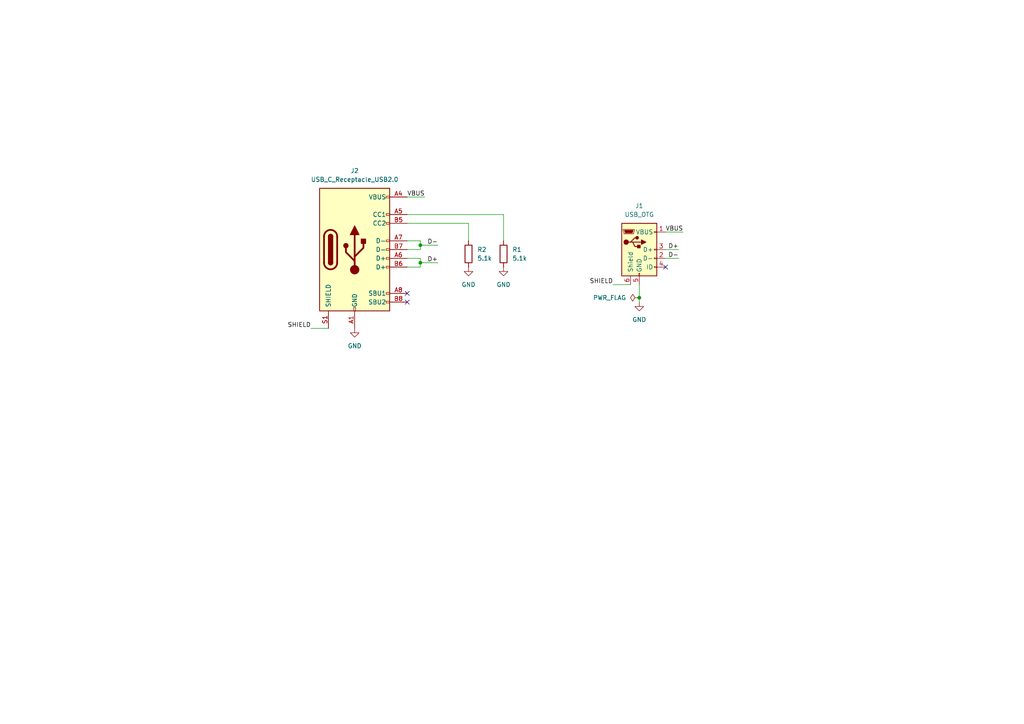
<source format=kicad_sch>
(kicad_sch (version 20230121) (generator eeschema)
  (paper "A4")
  (lib_symbols
    (symbol "Connector:USB_C_Receptacle_USB2.0" (pin_names (offset 1.016))
      (property "Reference" "J" (at -10.16 19.05 0))
      (property "Value" "USB_C_Receptacle_USB2.0" (at 19.05 19.05 0))
      (symbol "USB_C_Receptacle_USB2.0_0_0"
        (rectangle (start -0.254 -17.78) (end 0.254 -16.764))
        (rectangle (start 10.16 -14.986) (end 9.144 -15.494))
        (rectangle (start 10.16 -12.446) (end 9.144 -12.954))
        (rectangle (start 10.16 -4.826) (end 9.144 -5.334))
        (rectangle (start 10.16 -2.286) (end 9.144 -2.794))
        (rectangle (start 10.16 0.254) (end 9.144 -0.254))
        (rectangle (start 10.16 2.794) (end 9.144 2.286))
        (rectangle (start 10.16 7.874) (end 9.144 7.366))
        (rectangle (start 10.16 10.414) (end 9.144 9.906))
        (rectangle (start 10.16 15.494) (end 9.144 14.986))
      )
      (symbol "USB_C_Receptacle_USB2.0_0_1"
        (rectangle (start -10.16 17.78) (end 10.16 -17.78) (stroke (width 0.254)) (fill (type background)))
        (arc (start -8.89 -3.81) (mid -6.985 -5.7067) (end -5.08 -3.81) (stroke (width 0.508)))
        (arc (start -7.62 -3.81) (mid -6.985 -4.4423) (end -6.35 -3.81) (stroke (width 0.254)))
        (arc (start -7.62 -3.81) (mid -6.985 -4.4423) (end -6.35 -3.81) (stroke (width 0.254)) (fill (type outline)))
        (rectangle (start -7.62 -3.81) (end -6.35 3.81) (stroke (width 0.254)) (fill (type outline)))
        (arc (start -6.35 3.81) (mid -6.985 4.4423) (end -7.62 3.81) (stroke (width 0.254)))
        (arc (start -6.35 3.81) (mid -6.985 4.4423) (end -7.62 3.81) (stroke (width 0.254)) (fill (type outline)))
        (arc (start -5.08 3.81) (mid -6.985 5.7067) (end -8.89 3.81) (stroke (width 0.508)))
        (circle (center -2.54 1.143) (radius 0.635) (stroke (width 0.254)) (fill (type outline)))
        (circle (center 0 -5.842) (radius 1.27) (fill (type outline)))
        (polyline (pts (xy -8.89 -3.81) (xy -8.89 3.81)) (stroke (width 0.508)))
        (polyline (pts (xy -5.08 3.81) (xy -5.08 -3.81)) (stroke (width 0.508)))
        (polyline (pts (xy 0 -5.842) (xy 0 4.318)) (stroke (width 0.508)))
        (polyline (pts (xy 0 -3.302) (xy -2.54 -0.762) (xy -2.54 0.508)) (stroke (width 0.508)))
        (polyline (pts (xy 0 -2.032) (xy 2.54 0.508) (xy 2.54 1.778)) (stroke (width 0.508)))
        (polyline (pts (xy -1.27 4.318) (xy 0 6.858) (xy 1.27 4.318) (xy -1.27 4.318)) (stroke (width 0.254)) (fill (type outline)))
        (rectangle (start 1.905 1.778) (end 3.175 3.048) (stroke (width 0.254)) (fill (type outline)))
      )
      (symbol "USB_C_Receptacle_USB2.0_1_1"
        (pin passive line (at 0 -22.86 90) (length 5.08) (name "GND") (number "A1"))
        (pin passive line (at 0 -22.86 90) (length 5.08) hide (name "GND") (number "A12"))
        (pin passive line (at 15.24 15.24 180) (length 5.08) (name "VBUS") (number "A4"))
        (pin bidirectional line (at 15.24 10.16 180) (length 5.08) (name "CC1") (number "A5"))
        (pin bidirectional line (at 15.24 -2.54 180) (length 5.08) (name "D+") (number "A6"))
        (pin bidirectional line (at 15.24 2.54 180) (length 5.08) (name "D-") (number "A7"))
        (pin bidirectional line (at 15.24 -12.7 180) (length 5.08) (name "SBU1") (number "A8"))
        (pin passive line (at 15.24 15.24 180) (length 5.08) hide (name "VBUS") (number "A9"))
        (pin passive line (at 0 -22.86 90) (length 5.08) hide (name "GND") (number "B1"))
        (pin passive line (at 0 -22.86 90) (length 5.08) hide (name "GND") (number "B12"))
        (pin passive line (at 15.24 15.24 180) (length 5.08) hide (name "VBUS") (number "B4"))
        (pin bidirectional line (at 15.24 7.62 180) (length 5.08) (name "CC2") (number "B5"))
        (pin bidirectional line (at 15.24 -5.08 180) (length 5.08) (name "D+") (number "B6"))
        (pin bidirectional line (at 15.24 0 180) (length 5.08) (name "D-") (number "B7"))
        (pin bidirectional line (at 15.24 -15.24 180) (length 5.08) (name "SBU2") (number "B8"))
        (pin passive line (at 15.24 15.24 180) (length 5.08) hide (name "VBUS") (number "B9"))
        (pin passive line (at -7.62 -22.86 90) (length 5.08) (name "SHIELD") (number "S1"))
      )
    )
    (symbol "Connector:USB_OTG" (pin_names (offset 1.016))
      (property "Reference" "J" (at -5.08 11.43 0))
      (property "Value" "USB_OTG" (at -5.08 8.89 0))
      (symbol "USB_OTG_0_1"
        (rectangle (start -5.08 -7.62) (end 5.08 7.62) (stroke (width 0.254)) (fill (type background)))
        (circle (center -3.81 2.159) (radius 0.635) (stroke (width 0.254)) (fill (type outline)))
        (circle (center -0.635 3.429) (radius 0.381) (stroke (width 0.254)) (fill (type outline)))
        (rectangle (start -0.127 -7.62) (end 0.127 -6.858))
        (polyline (pts (xy -1.905 2.159) (xy 0.635 2.159)) (stroke (width 0.254)))
        (polyline (pts (xy -3.175 2.159) (xy -2.54 2.159) (xy -1.27 3.429) (xy -0.635 3.429)) (stroke (width 0.254)))
        (polyline (pts (xy -2.54 2.159) (xy -1.905 2.159) (xy -1.27 0.889) (xy 0 0.889)) (stroke (width 0.254)))
        (polyline (pts (xy 0.635 2.794) (xy 0.635 1.524) (xy 1.905 2.159) (xy 0.635 2.794)) (stroke (width 0.254)) (fill (type outline)))
        (polyline (pts (xy -4.318 5.588) (xy -1.778 5.588) (xy -2.032 4.826) (xy -4.064 4.826) (xy -4.318 5.588)) (fill (type outline)))
        (polyline (pts (xy -4.699 5.842) (xy -4.699 5.588) (xy -4.445 4.826) (xy -4.445 4.572) (xy -1.651 4.572) (xy -1.651 4.826) (xy -1.397 5.588) (xy -1.397 5.842) (xy -4.699 5.842)))
        (rectangle (start 0.254 1.27) (end -0.508 0.508) (stroke (width 0.254)) (fill (type outline)))
        (rectangle (start 5.08 -5.207) (end 4.318 -4.953))
        (rectangle (start 5.08 -2.667) (end 4.318 -2.413))
        (rectangle (start 5.08 -0.127) (end 4.318 0.127))
        (rectangle (start 5.08 4.953) (end 4.318 5.207))
      )
      (symbol "USB_OTG_1_1"
        (pin passive line (at 7.62 5.08 180) (length 2.54) (name "VBUS") (number "1"))
        (pin bidirectional line (at 7.62 -2.54 180) (length 2.54) (name "D-") (number "2"))
        (pin bidirectional line (at 7.62 0 180) (length 2.54) (name "D+") (number "3"))
        (pin passive line (at 7.62 -5.08 180) (length 2.54) (name "ID") (number "4"))
        (pin passive line (at 0 -10.16 90) (length 2.54) (name "GND") (number "5"))
        (pin passive line (at -2.54 -10.16 90) (length 2.54) (name "Shield") (number "6"))
      )
    )
    (symbol "Device:R" (pin_numbers hide) (pin_names (offset 0))
      (property "Reference" "R" (at 2.032 0 90))
      (property "Value" "R" (at 0 0 90))
      (symbol "R_0_1"
        (rectangle (start -1.016 -2.54) (end 1.016 2.54) (stroke (width 0.254)))
      )
      (symbol "R_1_1"
        (pin passive line (at 0 3.81 270) (length 1.27) (name "~") (number "1"))
        (pin passive line (at 0 -3.81 90) (length 1.27) (name "~") (number "2"))
      )
    )
    (symbol "power:GND" (power) (pin_names (offset 0))
      (property "Value" "GND" (at 0 -3.81 0))
      (symbol "GND_0_1"
        (polyline (pts (xy 0 0) (xy 0 -1.27) (xy 1.27 -1.27) (xy 0 -2.54) (xy -1.27 -1.27) (xy 0 -1.27)))
      )
      (symbol "GND_1_1"
        (pin power_in line (at 0 0 270) (length 0) hide (name "GND") (number "1"))
      )
    )
    (symbol "power:PWR_FLAG" (power) (pin_numbers hide) (pin_names (offset 0) hide)
      (property "Value" "PWR_FLAG" (at 0 3.81 0))
      (symbol "PWR_FLAG_0_0"
        (pin power_out line (at 0 0 90) (length 0) (name "pwr") (number "1"))
      )
      (symbol "PWR_FLAG_0_1"
        (polyline (pts (xy 0 0) (xy 0 1.27) (xy -1.016 1.905) (xy 0 2.54) (xy 1.016 1.905) (xy 0 1.27)))
      )
    )
  )
  (junction (at 185.42 86.36))
  (junction (at 121.92 71.12))
  (junction (at 121.92 76.2))
  (no_connect (at 193.04 77.47))
  (no_connect (at 118.11 85.09))
  (no_connect (at 118.11 87.63))
  (wire (pts (xy 121.92 74.93) (xy 121.92 76.2)))
  (wire (pts (xy 146.05 62.23) (xy 118.11 62.23)))
  (wire (pts (xy 121.92 71.12) (xy 121.92 72.39)))
  (wire (pts (xy 121.92 69.85) (xy 121.92 71.12)))
  (wire (pts (xy 121.92 76.2) (xy 127 76.2)))
  (wire (pts (xy 121.92 74.93) (xy 118.11 74.93)))
  (wire (pts (xy 118.11 57.15) (xy 123.19 57.15)))
  (wire (pts (xy 121.92 69.85) (xy 118.11 69.85)))
  (wire (pts (xy 193.04 74.93) (xy 196.85 74.93)))
  (wire (pts (xy 182.88 82.55) (xy 177.8 82.55)))
  (wire (pts (xy 185.42 86.36) (xy 185.42 82.55)))
  (wire (pts (xy 146.05 69.85) (xy 146.05 62.23)))
  (wire (pts (xy 185.42 87.63) (xy 185.42 86.36)))
  (wire (pts (xy 121.92 71.12) (xy 127 71.12)))
  (wire (pts (xy 121.92 72.39) (xy 118.11 72.39)))
  (wire (pts (xy 193.04 67.31) (xy 198.12 67.31)))
  (wire (pts (xy 90.17 95.25) (xy 95.25 95.25)))
  (wire (pts (xy 118.11 64.77) (xy 135.89 64.77)))
  (wire (pts (xy 193.04 72.39) (xy 196.85 72.39)))
  (wire (pts (xy 121.92 77.47) (xy 118.11 77.47)))
  (wire (pts (xy 135.89 64.77) (xy 135.89 69.85)))
  (wire (pts (xy 121.92 76.2) (xy 121.92 77.47)))
  (label "VBUS" (at 198.12 67.31 180))
  (label "D+" (at 127 76.2 180))
  (label "D-" (at 196.85 74.93 180))
  (label "D+" (at 196.85 72.39 180))
  (label "SHIELD" (at 90.17 95.25 180))
  (label "VBUS" (at 123.19 57.15 180))
  (label "D-" (at 127 71.12 180))
  (label "SHIELD" (at 177.8 82.55 180))
  (symbol (lib_id "Device:R") (at 146.05 73.66 0) (unit 1)
    (property "Reference" "R1" (at 148.59 72.39 0) (effects (justify left)))
    (property "Value" "5.1k" (at 148.59 74.93 0) (effects (justify left)))
    (property "Footprint" "Resistor_SMD:R_0402_1005Metric" (effects hide))
  )
  (symbol (lib_id "power:GND") (at 102.87 95.25 0) (unit 1)
    (property "Reference" "#PWR01" (effects hide))
    (property "Value" "GND" (at 102.87 100.33 0))
  )
  (symbol (lib_id "Connector:USB_C_Receptacle_USB2.0") (at 102.87 72.39 0) (unit 1)
    (property "Reference" "J2" (at 102.87 49.53 0))
    (property "Value" "USB_C_Receptacle_USB2.0" (at 102.87 52.07 0))
    (property "Footprint" "usb4105_modify:usb4105" (effects hide))
    (property "Datasheet" "https://www.usb.org/sites/default/files/documents/usb_type-c.zip" (effects hide))
  )
  (symbol (lib_id "power:PWR_FLAG") (at 185.42 86.36 90) (unit 1)
    (property "Reference" "#FLG01" (effects hide))
    (property "Value" "PWR_FLAG" (at 181.61 86.36 90) (effects (justify left)))
  )
  (symbol (lib_id "Connector:USB_OTG") (at 185.42 72.39 0) (unit 1)
    (property "Reference" "J1" (at 185.42 59.69 0))
    (property "Value" "USB_OTG" (at 185.42 62.23 0))
    (property "Footprint" "ti84_mini_usb:ti84_mini_usb" (effects hide))
    (property "Datasheet" " ~" (effects hide))
  )
  (symbol (lib_id "power:GND") (at 146.05 77.47 0) (unit 1)
    (property "Reference" "#PWR04" (effects hide))
    (property "Value" "GND" (at 146.05 82.55 0))
  )
  (symbol (lib_id "power:GND") (at 135.89 77.47 0) (unit 1)
    (property "Reference" "#PWR03" (effects hide))
    (property "Value" "GND" (at 135.89 82.55 0))
  )
  (symbol (lib_id "Device:R") (at 135.89 73.66 0) (unit 1)
    (property "Reference" "R2" (at 138.43 72.39 0) (effects (justify left)))
    (property "Value" "5.1k" (at 138.43 74.93 0) (effects (justify left)))
    (property "Footprint" "Resistor_SMD:R_0402_1005Metric" (effects hide))
  )
  (symbol (lib_id "power:GND") (at 185.42 87.63 0) (unit 1)
    (property "Reference" "#PWR02" (effects hide))
    (property "Value" "GND" (at 185.42 92.71 0))
  )
)
</source>
